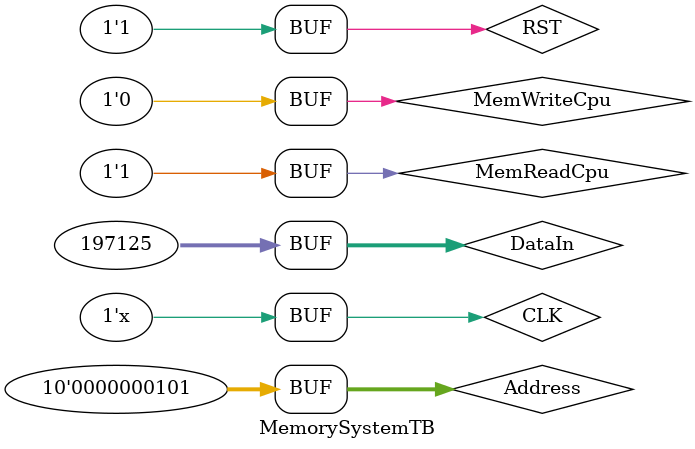
<source format=v>
module MemorySystemTB ();
    reg         MemReadCpu;
    reg         MemWriteCpu;
    reg [9:0]   Address;
    reg         CLK;
    reg         RST;
    reg [31:0]  DataIn;
    wire        Stall;
    wire [31:0] DataOut;  

    MemorySystem          MemSys
    (.MemReadCpu          (MemReadCpu),
     .MemWriteCpu         (MemWriteCpu),
     .Address             (Address),
     .CLK                 (CLK),
     .RST                 (RST),
     .DataIn              (DataIn),
     .Stall               (Stall),
     .DataOut             (DataOut)
    );

    always #50 CLK = ~CLK;

    initial begin
        CLK         = 1'b1;
        RST         = 1'b0;
        MemReadCpu  = 1'b0;
        MemWriteCpu = 1'b1;
        Address     = 10'b00000_00000;
        DataIn      = 32'h2805;

        #100
        if(DataOut == 32'b0) begin
            $display("Reset TC: Passed!");
        end

        else begin
            $display("Reset TC: Failed!");
        end

        RST         = 1'b1;
        #100
        if(Stall == 1'b1 && DataOut == 32'b0) begin
            $display("Write miss TC1: Passed!");
        end

        else begin
            $display("Write miss TC1: Failed!");
        end
        #350

        
        MemReadCpu  = 1'b1;
        MemWriteCpu = 1'b0;
        Address     = 10'b00000_00000;
        #550

        if(DataOut == 32'h2805 && Stall == 1'b0) begin
            $display("Read miss TC1: Passed!");
        end

        else begin
            $display("Read miss TC1: Failed!");
        end


        MemReadCpu  = 1'b0;
        MemWriteCpu = 1'b1;
        Address     = 10'b00000_00000;
        DataIn      = 32'h3008;
        #100
        if(DataOut == 32'h2805 && Stall == 1'b1) begin
            $display("Write hit TC1: Passed!");
        end

        else begin
            $display("Write hit TC1: Failed!");
        end
        #400

        MemReadCpu  = 1'b1;
        MemWriteCpu = 1'b0;
        Address     = 10'b00000_00000;
        #150
        if(DataOut == 32'h3008 && Stall == 1'b0) begin
            $display("Read hit TC1: Passed!");
        end

        else begin
            $display("Read hit TC1: Failed!");
        end

        MemReadCpu  = 1'b1;
        MemWriteCpu = 1'b0;
        Address     = 10'b00000_00001;
        #150
        if(DataOut == 32'h0000_0000 && Stall == 1'b0) begin
            $display("Read hit TC2: Passed!");
        end

        else begin
            $display("Read hit TC2: Failed!");
        end

        MemReadCpu  = 1'b0;
        MemWriteCpu = 1'b1;
        Address     = 10'b00000_00101;
        DataIn      = 32'h30205;
        #100
        if(DataOut == 32'h0000_0000 && Stall == 1'b1) begin
            $display("Write miss TC2: Passed!");
        end

        else begin
            $display("Write miss TC2: Failed!");
        end
        #400


        MemReadCpu  = 1'b1;
        MemWriteCpu = 1'b0;
        Address     = 10'b00000_00100;
        #550

        if(DataOut == 32'h0000_0000 && Stall == 1'b0) begin
            $display("Read miss TC2 and Cache Alignment TC1: Passed!");
        end

        else begin
            $display("Read miss TC2 and Cache Alignment TC1: Failed!");
        end


        MemReadCpu  = 1'b1;
        MemWriteCpu = 1'b0;
        Address     = 10'b00000_00101;
        #150
        if(DataOut == 32'h30205 && Stall == 1'b0) begin
            $display("Read hit TC3 and Cache Alignment TC2: Passed!");
        end

        else begin
            $display("Read hit TC3 and Cache Alignment TC1: Failed!");
        end
    end
        
endmodule
</source>
